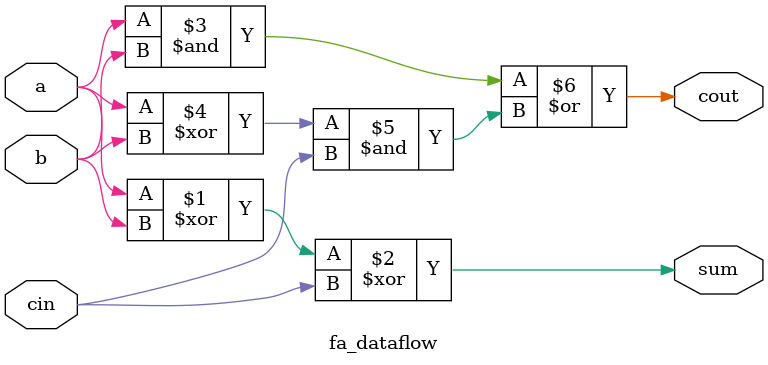
<source format=v>
module fa_dataflow (a, b, cin, sum, cout);

input a, b, cin;
output sum, cout;

assign sum = a^b^cin;
assign cout = (a&b) | ((a^b)&cin);
    
endmodule
</source>
